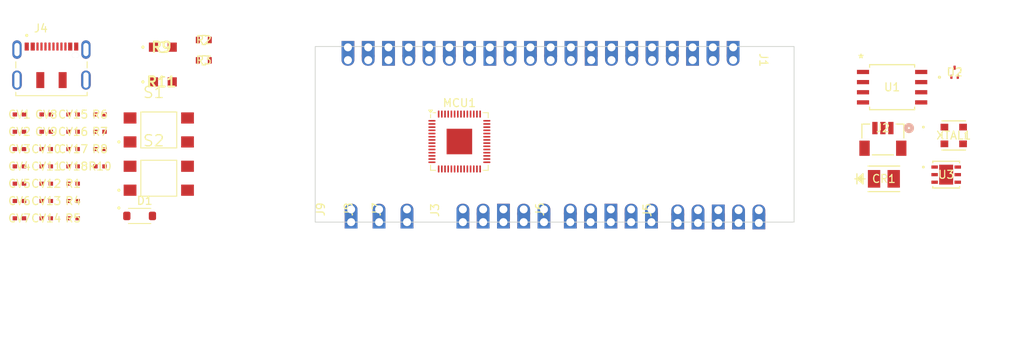
<source format=kicad_pcb>
(kicad_pcb (version 20240108) (generator "pcbnew") (generator_version "8.0")
  (layers (0 "F.Cu" signal) (1 "In1.Cu" signal) (2 "In2.Cu" signal) (31 "B.Cu" signal) (34 "B.Paste" user) (35 "F.Paste" user) (36 "B.SilkS" user "B.Silkscreen") (37 "F.SilkS" user "F.Silkscreen") (38 "B.Mask" user) (39 "F.Mask" user) (44 "Edge.Cuts" user))
  (net 0 "")
  (net 1 "Net-(MCU1-GPIO25)")
  (net 2 "GND")
  (net 3 "/RP2040 Standard/+5V")
  (net 4 "+3.3V")
  (net 5 "CRYSTAL")
  (net 6 "Net-(MCU1-RUN)")
  (net 7 "Net-(MCU1-VREG_VOUT)")
  (net 8 "/RP2040 Standard/GP22{slash}PWM3 A{slash}CLKIN 1")
  (net 9 "/RP2040 Standard/GP17{slash}SPI0 ~{CS}")
  (net 10 "/RP2040 Standard/GP3{slash}UART0 RTS")
  (net 11 "Net-(MCU1-USB_DM)")
  (net 12 "/RP2040 Standard/GP12{slash}I2C0 SDA")
  (net 13 "/RP2040 Standard/GP6{slash}UART1 CTS")
  (net 14 "/RP2040 Standard/GP15{slash}I2C1 SCL")
  (net 15 "/RP2040 Standard/MCU QSPI_SD0")
  (net 16 "Net-(MCU1-USB_DP)")
  (net 17 "/RP2040 Standard/MCU QSPI_SD3")
  (net 18 "/RP2040 Standard/GP18{slash}SPI0 SCK")
  (net 19 "/RP2040 Standard/GP11{slash}SPI1 MOSI")
  (net 20 "/RP2040 Standard/GP20{slash}PWM2 A{slash}CLKIN 0")
  (net 21 "Net-(MCU1-SWD)")
  (net 22 "/RP2040 Standard/GP5{slash}UART1 RX")
  (net 23 "Net-(MCU1-SWCLK)")
  (net 24 "/RP2040 Standard/GP0{slash}UART0 TX")
  (net 26 "/RP2040 Standard/GP26_ADC0")
  (net 27 "/RP2040 Standard/GP19{slash}SPI0 MOSI")
  (net 28 "/RP2040 Standard/GP10{slash}SPI1 SCK")
  (net 29 "/RP2040 Standard/GP2{slash}UART0 CTS")
  (net 30 "/RP2040 Standard/GP29_ADC3")
  (net 31 "/RP2040 Standard/GP28_ADC2")
  (net 32 "/RP2040 Standard/MCU QSPI_SCLK")
  (net 33 "/RP2040 Standard/GP8{slash}SPI1 MISO")
  (net 34 "/RP2040 Standard/GP27_ADC1")
  (net 35 "/RP2040 Standard/GP1{slash}UART0 RX")
  (net 36 "/RP2040 Standard/MCU QSPI_SD1")
  (net 37 "/RP2040 Standard/MCU QSPI_SS")
  (net 38 "/RP2040 Standard/GP21{slash}PWM2 B{slash}CLKOUT 0")
  (net 39 "/RP2040 Standard/GP14{slash}I2C1 SDA")
  (net 40 "/RP2040 Standard/GP13{slash}I2C0 SCL")
  (net 41 "/RP2040 Standard/GP24{slash}PWM4 A")
  (net 42 "/RP2040 Standard/GP7{slash}UART1 RTS")
  (net 43 "/RP2040 Standard/GP16{slash}SPI0 MISO")
  (net 44 "/RP2040 Standard/GP4{slash}UART1 TX")
  (net 45 "/RP2040 Standard/GP23{slash}PWM3 B{slash}CLKOUT 1")
  (net 46 "/RP2040 Standard/GP9{slash}SPI1 ~{CS}")
  (net 47 "/RP2040 Standard/MCU QSPI_SD2")
  (net 48 "Net-(CR1-Pad2)")
  (net 49 "Net-(J2-Pad3)")
  (net 50 "Net-(J2-Pad1)")
  (net 51 "/RP2040 Standard/USB_DM")
  (net 52 "/RP2040 Standard/USB_DP")
  (net 56 "Net-(XTAL1-TRI-STATE(STBY))")
  (net 57 "Net-(D1-PadA)")
  (net 62 "Net-(J4-CC2)")
  (net 63 "Net-(J4-CC1)")
  (net 68 "/RP2040 Standard/~{RST}")
  (net 69 "/RP2040 Standard/~{USB_BOOT}")
  (footprint "SWD_Con:CONN_BM03B-SRSS-TBLFSN_JST" (layer "F.Cu") (at 183.1221 67.643699)
    (property "Reference" "J2" (at 0 -1.4284 0) (layer "F.SilkS"))
    (property "Value" "BM03B-SRSS-TBLFSN")
    (pad "1" smd rect (at 1.000001 -1.4284) (size 0.6604 1.5494) (layers "F.Cu" "F.Paste" "F.Mask") (net 50 "Net-(J2-Pad1)"))
    (pad "2" smd rect (at 0 -1.4284) (size 0.6604 1.5494) (layers "F.Cu" "F.Paste" "F.Mask") (net 2 "GND"))
    (pad "3" smd rect (at -1.000001 -1.4284) (size 0.6604 1.5494) (layers "F.Cu" "F.Paste" "F.Mask") (net 49 "Net-(J2-Pad3)"))
    (pad "4" smd rect (at -2.3 1.096599 90) (size 1.905 1.2954) (layers "F.Cu" "F.Paste" "F.Mask"))
    (pad "5" smd rect (at 2.3 1.096599 90) (size 1.905 1.2954) (layers "F.Cu" "F.Paste" "F.Mask"))
  )
  (footprint "Diode-Schottky_PMEG2010ER:SODFL3517X110N" (layer "F.Cu") (at 90 77.225)
    (property "Reference" "D1" (at 0.63567 -1.90701 0) (layer "F.SilkS") (effects (font (size 1.001055 1.001055))))
    (property "Value" "PMEG2010ER")
    (pad "A" smd roundrect (at 1.605 0) (size 0.91 1.07) (layers "F.Cu" "F.Paste" "F.Mask") (net 57 "Net-(D1-PadA)"))
    (pad "C" smd roundrect (at -1.605 0) (size 0.91 1.07) (layers "F.Cu" "F.Paste" "F.Mask") (net 3 "/RP2040 Standard/+5V"))
  )
  (footprint "Capacitor-0402:Capacitor_0402" (layer "F.Cu") (at 78.3033 68.846)
    (property "Reference" "CV10" (at 0 0 0) (layer "F.SilkS"))
    (property "Value" "100nF")
    (pad "1" smd rect (at -0.5715 0) (size 0.5588 0.508) (layers "F.Cu" "F.Paste" "F.Mask") (net 4 "+3.3V"))
    (pad "2" smd rect (at 0.5715 0) (size 0.5588 0.508) (layers "F.Cu" "F.Paste" "F.Mask") (net 2 "GND"))
  )
  (footprint "Capacitor-0402:Capacitor_0402" (layer "F.Cu") (at 74.9411 66.6776)
    (property "Reference" "CV2" (at 0 0 0) (layer "F.SilkS"))
    (property "Value" "100nF")
    (pad "1" smd rect (at -0.5715 0) (size 0.5588 0.508) (layers "F.Cu" "F.Paste" "F.Mask") (net 2 "GND"))
    (pad "2" smd rect (at 0.5715 0) (size 0.5588 0.508) (layers "F.Cu" "F.Paste" "F.Mask") (net 7 "Net-(MCU1-VREG_VOUT)"))
  )
  (footprint "Capacitor-0402:Capacitor_0402" (layer "F.Cu") (at 78.3033 77.5196)
    (property "Reference" "CV14" (at 0 0 0) (layer "F.SilkS"))
    (property "Value" "100nF")
    (pad "1" smd rect (at -0.5715 0) (size 0.5588 0.508) (layers "F.Cu" "F.Paste" "F.Mask") (net 4 "+3.3V"))
    (pad "2" smd rect (at 0.5715 0) (size 0.5588 0.508) (layers "F.Cu" "F.Paste" "F.Mask") (net 2 "GND"))
  )
  (footprint "Package_DFN_QFN:QFN-56-1EP_7x7mm_P0.4mm_EP3.2x3.2mm" (layer "F.Cu") (at 130.0625 67.9)
    (property "Reference" "MCU1" (at 0 -4.83 0) (layer "F.SilkS"))
    (property "Value" "RP2040")
    (pad "1" smd roundrect (at -3.4375 -2.6) (size 0.875 0.2) (layers "F.Cu" "F.Paste" "F.Mask") (net 4 "+3.3V"))
    (pad "2" smd roundrect (at -3.4375 -2.2) (size 0.875 0.2) (layers "F.Cu" "F.Paste" "F.Mask") (net 24 "/RP2040 Standard/GP0{slash}UART0 TX"))
    (pad "3" smd roundrect (at -3.4375 -1.8) (size 0.875 0.2) (layers "F.Cu" "F.Paste" "F.Mask") (net 35 "/RP2040 Standard/GP1{slash}UART0 RX"))
    (pad "4" smd roundrect (at -3.4375 -1.4) (size 0.875 0.2) (layers "F.Cu" "F.Paste" "F.Mask") (net 29 "/RP2040 Standard/GP2{slash}UART0 CTS"))
    (pad "5" smd roundrect (at -3.4375 -1) (size 0.875 0.2) (layers "F.Cu" "F.Paste" "F.Mask") (net 10 "/RP2040 Standard/GP3{slash}UART0 RTS"))
    (pad "6" smd roundrect (at -3.4375 -0.6) (size 0.875 0.2) (layers "F.Cu" "F.Paste" "F.Mask") (net 44 "/RP2040 Standard/GP4{slash}UART1 TX"))
    (pad "7" smd roundrect (at -3.4375 -0.2) (size 0.875 0.2) (layers "F.Cu" "F.Paste" "F.Mask") (net 22 "/RP2040 Standard/GP5{slash}UART1 RX"))
    (pad "8" smd roundrect (at -3.4375 0.2) (size 0.875 0.2) (layers "F.Cu" "F.Paste" "F.Mask") (net 13 "/RP2040 Standard/GP6{slash}UART1 CTS"))
    (pad "9" smd roundrect (at -3.4375 0.6) (size 0.875 0.2) (layers "F.Cu" "F.Paste" "F.Mask") (net 42 "/RP2040 Standard/GP7{slash}UART1 RTS"))
    (pad "10" smd roundrect (at -3.4375 1) (size 0.875 0.2) (layers "F.Cu" "F.Paste" "F.Mask") (net 4 "+3.3V"))
    (pad "11" smd roundrect (at -3.4375 1.4) (size 0.875 0.2) (layers "F.Cu" "F.Paste" "F.Mask") (net 33 "/RP2040 Standard/GP8{slash}SPI1 MISO"))
    (pad "12" smd roundrect (at -3.4375 1.8) (size 0.875 0.2) (layers "F.Cu" "F.Paste" "F.Mask") (net 46 "/RP2040 Standard/GP9{slash}SPI1 ~{CS}"))
    (pad "13" smd roundrect (at -3.4375 2.2) (size 0.875 0.2) (layers "F.Cu" "F.Paste" "F.Mask") (net 28 "/RP2040 Standard/GP10{slash}SPI1 SCK"))
    (pad "14" smd roundrect (at -3.4375 2.6) (size 0.875 0.2) (layers "F.Cu" "F.Paste" "F.Mask") (net 19 "/RP2040 Standard/GP11{slash}SPI1 MOSI"))
    (pad "15" smd roundrect (at -2.6 3.4375) (size 0.2 0.875) (layers "F.Cu" "F.Paste" "F.Mask") (net 12 "/RP2040 Standard/GP12{slash}I2C0 SDA"))
    (pad "16" smd roundrect (at -2.2 3.4375) (size 0.2 0.875) (layers "F.Cu" "F.Paste" "F.Mask") (net 40 "/RP2040 Standard/GP13{slash}I2C0 SCL"))
    (pad "17" smd roundrect (at -1.8 3.4375) (size 0.2 0.875) (layers "F.Cu" "F.Paste" "F.Mask") (net 39 "/RP2040 Standard/GP14{slash}I2C1 SDA"))
    (pad "18" smd roundrect (at -1.4 3.4375) (size 0.2 0.875) (layers "F.Cu" "F.Paste" "F.Mask") (net 14 "/RP2040 Standard/GP15{slash}I2C1 SCL"))
    (pad "19" smd roundrect (at -1 3.4375) (size 0.2 0.875) (layers "F.Cu" "F.Paste" "F.Mask") (net 2 "GND"))
    (pad "20" smd roundrect (at -0.6 3.4375) (size 0.2 0.875) (layers "F.Cu" "F.Paste" "F.Mask") (net 5 "CRYSTAL"))
    (pad "21" smd roundrect (at -0.2 3.4375) (size 0.2 0.875) (layers "F.Cu" "F.Paste" "F.Mask"))
    (pad "22" smd roundrect (at 0.2 3.4375) (size 0.2 0.875) (layers "F.Cu" "F.Paste" "F.Mask") (net 4 "+3.3V"))
    (pad "23" smd roundrect (at 0.6 3.4375) (size 0.2 0.875) (layers "F.Cu" "F.Paste" "F.Mask") (net 7 "Net-(MCU1-VREG_VOUT)"))
    (pad "24" smd roundrect (at 1 3.4375) (size 0.2 0.875) (layers "F.Cu" "F.Paste" "F.Mask") (net 23 "Net-(MCU1-SWCLK)"))
    (pad "25" smd roundrect (at 1.4 3.4375) (size 0.2 0.875) (layers "F.Cu" "F.Paste" "F.Mask") (net 21 "Net-(MCU1-SWD)"))
    (pad "26" smd roundrect (at 1.8 3.4375) (size 0.2 0.875) (layers "F.Cu" "F.Paste" "F.Mask") (net 6 "Net-(MCU1-RUN)"))
    (pad "27" smd roundrect (at 2.2 3.4375) (size 0.2 0.875) (layers "F.Cu" "F.Paste" "F.Mask") (net 43 "/RP2040 Standard/GP16{slash}SPI0 MISO"))
    (pad "28" smd roundrect (at 2.6 3.4375) (size 0.2 0.875) (layers "F.Cu" "F.Paste" "F.Mask") (net 9 "/RP2040 Standard/GP17{slash}SPI0 ~{CS}"))
    (pad "29" smd roundrect (at 3.4375 2.6) (size 0.875 0.2) (layers "F.Cu" "F.Paste" "F.Mask") (net 18 "/RP2040 Standard/GP18{slash}SPI0 SCK"))
    (pad "30" smd roundrect (at 3.4375 2.2) (size 0.875 0.2) (layers "F.Cu" "F.Paste" "F.Mask") (net 27 "/RP2040 Standard/GP19{slash}SPI0 MOSI"))
    (pad "31" smd roundrect (at 3.4375 1.8) (size 0.875 0.2) (layers "F.Cu" "F.Paste" "F.Mask") (net 20 "/RP2040 Standard/GP20{slash}PWM2 A{slash}CLKIN 0"))
    (pad "32" smd roundrect (at 3.4375 1.4) (size 0.875 0.2) (layers "F.Cu" "F.Paste" "F.Mask") (net 38 "/RP2040 Standard/GP21{slash}PWM2 B{slash}CLKOUT 0"))
    (pad "33" smd roundrect (at 3.4375 1) (size 0.875 0.2) (layers "F.Cu" "F.Paste" "F.Mask") (net 4 "+3.3V"))
    (pad "34" smd roundrect (at 3.4375 0.6) (size 0.875 0.2) (layers "F.Cu" "F.Paste" "F.Mask") (net 8 "/RP2040 Standard/GP22{slash}PWM3 A{slash}CLKIN 1"))
    (pad "35" smd roundrect (at 3.4375 0.2) (size 0.875 0.2) (layers "F.Cu" "F.Paste" "F.Mask") (net 45 "/RP2040 Standard/GP23{slash}PWM3 B{slash}CLKOUT 1"))
    (pad "36" smd roundrect (at 3.4375 -0.2) (size 0.875 0.2) (layers "F.Cu" "F.Paste" "F.Mask") (net 41 "/RP2040 Standard/GP24{slash}PWM4 A"))
    (pad "37" smd roundrect (at 3.4375 -0.6) (size 0.875 0.2) (layers "F.Cu" "F.Paste" "F.Mask") (net 1 "Net-(MCU1-GPIO25)"))
    (pad "38" smd roundrect (at 3.4375 -1) (size 0.875 0.2) (layers "F.Cu" "F.Paste" "F.Mask") (net 26 "/RP2040 Standard/GP26_ADC0"))
    (pad "39" smd roundrect (at 3.4375 -1.4) (size 0.875 0.2) (layers "F.Cu" "F.Paste" "F.Mask") (net 34 "/RP2040 Standard/GP27_ADC1"))
    (pad "40" smd roundrect (at 3.4375 -1.8) (size 0.875 0.2) (layers "F.Cu" "F.Paste" "F.Mask") (net 31 "/RP2040 Standard/GP28_ADC2"))
    (pad "41" smd roundrect (at 3.4375 -2.2) (size 0.875 0.2) (layers "F.Cu" "F.Paste" "F.Mask") (net 30 "/RP2040 Standard/GP29_ADC3"))
    (pad "42" smd roundrect (at 3.4375 -2.6) (size 0.875 0.2) (layers "F.Cu" "F.Paste" "F.Mask") (net 4 "+3.3V"))
    (pad "43" smd roundrect (at 2.6 -3.4375) (size 0.2 0.875) (layers "F.Cu" "F.Paste" "F.Mask") (net 4 "+3.3V"))
    (pad "44" smd roundrect (at 2.2 -3.4375) (size 0.2 0.875) (layers "F.Cu" "F.Paste" "F.Mask") (net 4 "+3.3V"))
    (pad "45" smd roundrect (at 1.8 -3.4375) (size 0.2 0.875) (layers "F.Cu" "F.Paste" "F.Mask") (net 7 "Net-(MCU1-VREG_VOUT)"))
    (pad "46" smd roundrect (at 1.4 -3.4375) (size 0.2 0.875) (layers "F.Cu" "F.Paste" "F.Mask") (net 11 "Net-(MCU1-USB_DM)"))
    (pad "47" smd roundrect (at 1 -3.4375) (size 0.2 0.875) (layers "F.Cu" "F.Paste" "F.Mask") (net 16 "Net-(MCU1-USB_DP)"))
    (pad "48" smd roundrect (at 0.6 -3.4375) (size 0.2 0.875) (layers "F.Cu" "F.Paste" "F.Mask") (net 4 "+3.3V"))
    (pad "49" smd roundrect (at 0.2 -3.4375) (size 0.2 0.875) (layers "F.Cu" "F.Paste" "F.Mask") (net 4 "+3.3V"))
    (pad "50" smd roundrect (at -0.2 -3.4375) (size 0.2 0.875) (layers "F.Cu" "F.Paste" "F.Mask") (net 7 "Net-(MCU1-VREG_VOUT)"))
    (pad "51" smd roundrect (at -0.6 -3.4375) (size 0.2 0.875) (layers "F.Cu" "F.Paste" "F.Mask") (net 17 "/RP2040 Standard/MCU QSPI_SD3"))
    (pad "52" smd roundrect (at -1 -3.4375) (size 0.2 0.875) (layers "F.Cu" "F.Paste" "F.Mask") (net 32 "/RP2040 Standard/MCU QSPI_SCLK"))
    (pad "53" smd roundrect (at -1.4 -3.4375) (size 0.2 0.875) (layers "F.Cu" "F.Paste" "F.Mask") (net 15 "/RP2040 Standard/MCU QSPI_SD0"))
    (pad "54" smd roundrect (at -1.8 -3.4375) (size 0.2 0.875) (layers "F.Cu" "F.Paste" "F.Mask") (net 47 "/RP2040 Standard/MCU QSPI_SD2"))
    (pad "55" smd roundrect (at -2.2 -3.4375) (size 0.2 0.875) (layers "F.Cu" "F.Paste" "F.Mask") (net 36 "/RP2040 Standard/MCU QSPI_SD1"))
    (pad "56" smd roundrect (at -2.6 -3.4375) (size 0.2 0.875) (layers "F.Cu" "F.Paste" "F.Mask") (net 37 "/RP2040 Standard/MCU QSPI_SS"))
    (pad "57" smd rect (at 0 0) (size 3.2 3.2) (property pad_prop_heatsink) (layers "F.Cu" "F.Mask") (net 2 "GND"))
  )
  (footprint "ESD7L5-Diode:SOT-723_0P85X1P25_ONS" (layer "F.Cu") (at 192.1049 59.226099)
    (property "Reference" "U2" (at 0 0 0) (layer "F.SilkS"))
    (property "Value" "ESD7L5.0DT5G")
    (pad "1" smd rect (at -0.399999 0.5715) (size 0.2794 0.508) (layers "F.Cu" "F.Paste" "F.Mask") (net 51 "/RP2040 Standard/USB_DM"))
    (pad "2" smd rect (at 0.399999 0.5715) (size 0.2794 0.508) (layers "F.Cu" "F.Paste" "F.Mask") (net 52 "/RP2040 Standard/USB_DP"))
    (pad "3" smd rect (at 0 -0.5715) (size 0.2794 0.508) (layers "F.Cu" "F.Paste" "F.Mask") (net 2 "GND"))
  )
  (footprint "LED-Green_VLMC3100-GS08:LED_PLCC_VSMB" (layer "F.Cu") (at 183.2478 72.573799)
    (property "Reference" "CR1" (at 0 0 0) (layer "F.SilkS"))
    (property "Value" "VLMC3100-GS08")
    (pad "1" smd rect (at -1.2319 0 90) (size 2.2098 1.5494) (layers "F.Cu" "F.Paste" "F.Mask") (net 2 "GND"))
    (pad "2" smd rect (at 1.2319 0 90) (size 2.2098 1.5494) (layers "F.Cu" "F.Paste" "F.Mask") (net 48 "Net-(CR1-Pad2)"))
  )
  (footprint "Capacitor-0402:Capacitor_0402" (layer "F.Cu") (at 74.9411 77.5196)
    (property "Reference" "CV7" (at 0 0 0) (layer "F.SilkS"))
    (property "Value" "100nF")
    (pad "1" smd rect (at -0.5715 0) (size 0.5588 0.508) (layers "F.Cu" "F.Paste" "F.Mask") (net 4 "+3.3V"))
    (pad "2" smd rect (at 0.5715 0) (size 0.5588 0.508) (layers "F.Cu" "F.Paste" "F.Mask") (net 2 "GND"))
  )
  (footprint "Capacitor-0402:Capacitor_0402" (layer "F.Cu") (at 81.6655 71.0144)
    (property "Reference" "CV18" (at 0 0 0) (layer "F.SilkS"))
    (property "Value" "100nF")
    (pad "1" smd rect (at -0.5715 0) (size 0.5588 0.508) (layers "F.Cu" "F.Paste" "F.Mask") (net 4 "+3.3V"))
    (pad "2" smd rect (at 0.5715 0) (size 0.5588 0.508) (layers "F.Cu" "F.Paste" "F.Mask") (net 2 "GND"))
  )
  (footprint "LDO ST1L05A:DFN_5APU33R_STM" (layer "F.Cu") (at 191.0522 72.049999)
    (property "Reference" "U3" (at 0 0 0) (layer "F.SilkS"))
    (property "Value" "ST1L05APU33R")
    (pad "1" smd rect (at -1.4478 -0.950001) (size 0.8128 0.4064) (layers "F.Cu" "F.Paste" "F.Mask"))
    (pad "2" smd rect (at -1.4478 0) (size 0.8128 0.4064) (layers "F.Cu" "F.Paste" "F.Mask") (net 4 "+3.3V"))
    (pad "3" smd rect (at -1.4478 0.950001) (size 0.8128 0.4064) (layers "F.Cu" "F.Paste" "F.Mask") (net 3 "/RP2040 Standard/+5V"))
    (pad "4" smd rect (at 1.4478 0.950001) (size 0.8128 0.4064) (layers "F.Cu" "F.Paste" "F.Mask"))
    (pad "5" smd rect (at 1.4478 0) (size 0.8128 0.4064) (layers "F.Cu" "F.Paste" "F.Mask"))
    (pad "6" smd rect (at 1.4478 -0.950001) (size 0.8128 0.4064) (layers "F.Cu" "F.Paste" "F.Mask") (net 2 "GND"))
    (pad "7" smd rect (at 0 0) (size 1.7526 2.4892) (layers "F.Cu" "F.Paste" "F.Mask") (net 2 "GND"))
  )
  (footprint "Resistor-0805:R_0805_5K1" (layer "F.Cu") (at 92.91 60.43)
    (property "Reference" "R11" (at -0.175 0 0) (layer "F.SilkS") (effects (font (size 1.27 1.27) (thickness 0.254))))
    (property "Value" "5k1" (hide yes))
    (pad "1" smd rect (at -1.175 0) (size 1.15 1.15) (layers "F.Cu" "F.Paste" "F.Mask") (net 2 "GND"))
    (pad "2" smd rect (at 1.175 0) (size 1.15 1.15) (layers "F.Cu" "F.Paste" "F.Mask") (net 63 "Net-(J4-CC1)"))
  )
  (footprint "Capacitor-0402:Capacitor_0402" (layer "F.Cu") (at 81.6655 75.3512)
    (property "Reference" "R4" (at 0 0 0) (layer "F.SilkS"))
    (property "Value" "100")
    (pad "1" smd rect (at -0.5715 0) (size 0.5588 0.508) (layers "F.Cu" "F.Paste" "F.Mask") (net 50 "Net-(J2-Pad1)"))
    (pad "2" smd rect (at 0.5715 0) (size 0.5588 0.508) (layers "F.Cu" "F.Paste" "F.Mask") (net 23 "Net-(MCU1-SWCLK)"))
  )
  (footprint "Capacitor-0402:Capacitor_0402" (layer "F.Cu") (at 78.3033 64.5092)
    (property "Reference" "CV8" (at 0 0 0) (layer "F.SilkS"))
    (property "Value" "100nF")
    (pad "1" smd rect (at -0.5715 0) (size 0.5588 0.508) (layers "F.Cu" "F.Paste" "F.Mask") (net 4 "+3.3V"))
    (pad "2" smd rect (at 0.5715 0) (size 0.5588 0.508) (layers "F.Cu" "F.Paste" "F.Mask") (net 2 "GND"))
  )
  (footprint "Pico_Conn1x1:Pico_01pin" (layer "F.Cu") (at 123.5 76.3998 90)
    (property "Reference" "J7" (at 0 -3.81 90) (layer "F.SilkS"))
    (property "Value" "Conn_01x01_Socket")
    (pad "1" thru_hole rect (at -1.6002 0 90) (size 2 1.6) (drill 1 (offset 0.2 0)) (layers "*.Cu" "*.Mask") (net 31 "/RP2040 Standard/GP28_ADC2"))
    (pad "1" thru_hole roundrect (at 0 0 90) (size 2 1.6) (drill 1 (offset -0.3 0)) (layers "*.Cu" "*.Mask") (roundrect_rratio 0.45) (net 31 "/RP2040 Standard/GP28_ADC2"))
  )
  (footprint "E-Switch_7mm:SW_TL3305CF160QG" (layer "F.Cu") (at 92.4 66.45)
    (property "Reference" "S1" (at -0.635 -4.699 0) (layer "F.SilkS") (effects (font (size 1.4 1.4))))
    (property "Value" "TL3305CF160QG")
    (pad "1" smd rect (at -3.6 1.5) (size 1.6 1.4) (layers "F.Cu" "F.Paste" "F.Mask"))
    (pad "2" smd rect (at 3.6 1.5) (size 1.6 1.4) (layers "F.Cu" "F.Paste" "F.Mask") (net 2 "GND"))
    (pad "3" smd rect (at -3.6 -1.5) (size 1.6 1.4) (layers "F.Cu" "F.Paste" "F.Mask"))
    (pad "4" smd rect (at 3.6 -1.5) (size 1.6 1.4) (layers "F.Cu" "F.Paste" "F.Mask") (net 68 "/RP2040 Standard/~{RST}"))
  )
  (footprint "Capacitor-0402:Capacitor_0402" (layer "F.Cu") (at 81.6655 77.5196)
    (property "Reference" "R5" (at 0 0 0) (layer "F.SilkS"))
    (property "Value" "100")
    (pad "1" smd rect (at -0.5715 0) (size 0.5588 0.508) (layers "F.Cu" "F.Paste" "F.Mask") (net 49 "Net-(J2-Pad3)"))
    (pad "2" smd rect (at 0.5715 0) (size 0.5588 0.508) (layers "F.Cu" "F.Paste" "F.Mask") (net 21 "Net-(MCU1-SWD)"))
  )
  (footprint "Capacitor-0402:Capacitor_0402" (layer "F.Cu") (at 78.3033 73.1828)
    (property "Reference" "CV12" (at 0 0 0) (layer "F.SilkS"))
    (property "Value" "100nF")
    (pad "1" smd rect (at -0.5715 0) (size 0.5588 0.508) (layers "F.Cu" "F.Paste" "F.Mask") (net 4 "+3.3V"))
    (pad "2" smd rect (at 0.5715 0) (size 0.5588 0.508) (layers "F.Cu" "F.Paste" "F.Mask") (net 2 "GND"))
  )
  (footprint "E-Switch_7mm:SW_TL3305CF160QG" (layer "F.Cu") (at 92.4 72.5)
    (property "Reference" "S2" (at -0.635 -4.699 0) (layer "F.SilkS") (effects (font (size 1.4 1.4))))
    (property "Value" "TL3305CF160QG")
    (pad "1" smd rect (at -3.6 1.5) (size 1.6 1.4) (layers "F.Cu" "F.Paste" "F.Mask"))
    (pad "2" smd rect (at 3.6 1.5) (size 1.6 1.4) (layers "F.Cu" "F.Paste" "F.Mask") (net 2 "GND"))
    (pad "3" smd rect (at -3.6 -1.5) (size 1.6 1.4) (layers "F.Cu" "F.Paste" "F.Mask"))
    (pad "4" smd rect (at 3.6 -1.5) (size 1.6 1.4) (layers "F.Cu" "F.Paste" "F.Mask") (net 69 "/RP2040 Standard/~{USB_BOOT}"))
  )
  (footprint "Pico_Conn1x20:Pico_20pin" (layer "F.Cu") (at 164.36 57.6996 -90)
    (property "Reference" "J1" (at 0 -3.81 -90) (layer "F.SilkS"))
    (property "Value" "Conn_01x20_Socket")
    (pad "1" thru_hole rect (at -1.6002 0 270) (size 2 1.6) (drill 1 (offset 0.2 0)) (layers "*.Cu" "*.Mask") (net 14 "/RP2040 Standard/GP15{slash}I2C1 SCL"))
    (pad "1" thru_hole roundrect (at 0 0 270) (size 2 1.6) (drill 1 (offset -0.3 0)) (layers "*.Cu" "*.Mask") (roundrect_rratio 0.45) (net 14 "/RP2040 Standard/GP15{slash}I2C1 SCL"))
    (pad "2" thru_hole rect (at -1.6002 2.54 270) (size 2 1.6) (drill 1 (offset 0.2 0)) (layers "*.Cu" "*.Mask") (net 39 "/RP2040 Standard/GP14{slash}I2C1 SDA"))
    (pad "2" thru_hole roundrect (at 0 2.54 270) (size 2 1.6) (drill 1 (offset -0.3 0)) (layers "*.Cu" "*.Mask") (roundrect_rratio 0.45) (net 39 "/RP2040 Standard/GP14{slash}I2C1 SDA"))
    (pad "3" thru_hole rect (at -1.6002 5.08 270) (size 2 1.6) (drill 1 (offset 0.2 0)) (layers "*.Cu" "*.Mask") (net 2 "GND"))
    (pad "3" thru_hole rect (at 0 5.08 270) (size 2 1.6) (drill 1 (offset -0.3 0)) (layers "*.Cu" "*.Mask") (net 2 "GND"))
    (pad "4" thru_hole rect (at -1.6002 7.62 270) (size 2 1.6) (drill 1 (offset 0.2 0)) (layers "*.Cu" "*.Mask") (net 40 "/RP2040 Standard/GP13{slash}I2C0 SCL"))
    (pad "4" thru_hole roundrect (at 0 7.62 270) (size 2 1.6) (drill 1 (offset -0.3 0)) (layers "*.Cu" "*.Mask") (roundrect_rratio 0.45) (net 40 "/RP2040 Standard/GP13{slash}I2C0 SCL"))
    (pad "5" thru_hole rect (at -1.6002 10.16 270) (size 2 1.6) (drill 1 (offset 0.2 0)) (layers "*.Cu" "*.Mask") (net 12 "/RP2040 Standard/GP12{slash}I2C0 SDA"))
    (pad "5" thru_hole roundrect (at 0 10.16 270) (size 2 1.6) (drill 1 (offset -0.3 0)) (layers "*.Cu" "*.Mask") (roundrect_rratio 0.45) (net 12 "/RP2040 Standard/GP12{slash}I2C0 SDA"))
    (pad "6" thru_hole rect (at -1.6002 12.7 270) (size 2 1.6) (drill 1 (offset 0.2 0)) (layers "*.Cu" "*.Mask") (net 2 "GND"))
    (pad "6" thru_hole roundrect (at 0 12.7 270) (size 2 1.6) (drill 1 (offset -0.3 0)) (layers "*.Cu" "*.Mask") (roundrect_rratio 0.45) (net 2 "GND"))
    (pad "7" thru_hole rect (at -1.6002 15.24 270) (size 2 1.6) (drill 1 (offset 0.2 0)) (layers "*.Cu" "*.Mask") (net 19 "/RP2040 Standard/GP11{slash}SPI1 MOSI"))
    (pad "7" thru_hole roundrect (at 0 15.24 270) (size 2 1.6) (drill 1 (offset -0.3 0)) (layers "*.Cu" "*.Mask") (roundrect_rratio 0.45) (net 19 "/RP2040 Standard/GP11{slash}SPI1 MOSI"))
    (pad "8" thru_hole rect (at -1.6002 17.78 270) (size 2 1.6) (drill 1 (offset 0.2 0)) (layers "*.Cu" "*.Mask") (net 28 "/RP2040 Standard/GP10{slash}SPI1 SCK"))
    (pad "8" thru_hole rect (at 0 17.78 270) (size 2 1.6) (drill 1 (offset -0.3 0)) (layers "*.Cu" "*.Mask") (net 28 "/RP2040 Standard/GP10{slash}SPI1 SCK"))
    (pad "9" thru_hole rect (at -1.6002 20.32 270) (size 2 1.6) (drill 1 (offset 0.2 0)) (layers "*.Cu" "*.Mask") (net 46 "/RP2040 Standard/GP9{slash}SPI1 ~{CS}"))
    (pad "9" thru_hole roundrect (at 0 20.32 270) (size 2 1.6) (drill 1 (offset -0.3 0)) (layers "*.Cu" "*.Mask") (roundrect_rratio 0.45) (net 46 "/RP2040 Standard/GP9{slash}SPI1 ~{CS}"))
    (pad "10" thru_hole rect (at -1.6002 22.86 270) (size 2 1.6) (drill 1 (offset 0.2 0)) (layers "*.Cu" "*.Mask") (net 33 "/RP2040 Standard/GP8{slash}SPI1 MISO"))
    (pad "10" thru_hole roundrect (at 0 22.86 270) (size 2 1.6) (drill 1 (offset -0.3 0)) (layers "*.Cu" "*.Mask") (roundrect_rratio 0.45) (net 33 "/RP2040 Standard/GP8{slash}SPI1 MISO"))
    (pad "11" thru_hole rect (at -1.6002 25.4 270) (size 2 1.6) (drill 1 (offset 0.2 0)) (layers "*.Cu" "*.Mask") (net 2 "GND"))
    (pad "11" thru_hole roundrect (at 0 25.4 270) (size 2 1.6) (drill 1 (offset -0.3 0)) (layers "*.Cu" "*.Mask") (roundrect_rratio 0.45) (net 2 "GND"))
    (pad "12" thru_hole rect (at -1.6002 27.94 270) (size 2 1.6) (drill 1 (offset 0.2 0)) (layers "*.Cu" "*.Mask") (net 42 "/RP2040 Standard/GP7{slash}UART1 RTS"))
    (pad "12" thru_hole roundrect (at 0 27.94 270) (size 2 1.6) (drill 1 (offset -0.3 0)) (layers "*.Cu" "*.Mask") (roundrect_rratio 0.45) (net 42 "/RP2040 Standard/GP7{slash}UART1 RTS"))
    (pad "13" thru_hole rect (at -1.6002 30.48 270) (size 2 1.6) (drill 1 (offset 0.2 0)) (layers "*.Cu" "*.Mask") (net 13 "/RP2040 Standard/GP6{slash}UART1 CTS"))
    (pad "13" thru_hole rect (at 0 30.48 270) (size 2 1.6) (drill 1 (offset -0.3 0)) (layers "*.Cu" "*.Mask") (net 13 "/RP2040 Standard/GP6{slash}UART1 CTS"))
    (pad "14" thru_hole rect (at -1.6002 33.02 270) (size 2 1.6) (drill 1 (offset 0.2 0)) (layers "*.Cu" "*.Mask") (net 22 "/RP2040 Standard/GP5{slash}UART1 RX"))
    (pad "14" thru_hole roundrect (at 0 33.02 270) (size 2 1.6) (drill 1 (offset -0.3 0)) (layers "*.Cu" "*.Mask") (roundrect_rratio 0.45) (net 22 "/RP2040 Standard/GP5{slash}UART1 RX"))
    (pad "15" thru_hole rect (at -1.6002 35.56 270) (size 2 1.6) (drill 1 (offset 0.2 0)) (layers "*.Cu" "*.Mask") (net 44 "/RP2040 Standard/GP4{slash}UART1 TX"))
    (pad "15" thru_hole roundrect (at 0 35.56 270) (size 2 1.6) (drill 1 (offset -0.3 0)) (layers "*.Cu" "*.Mask") (roundrect_rratio 0.45) (net 44 "/RP2040 Standard/GP4{slash}UART1 TX"))
    (pad "16" thru_hole rect (at -1.6002 38.1 270) (size 2 1.6) (drill 1 (offset 0.2 0)) (layers "*.Cu" "*.Mask") (net 2 "GND"))
    (pad "16" thru_hole roundrect (at 0 38.1 270) (size 2 1.6) (drill 1 (offset -0.3 0)) (layers "*.Cu" "*.Mask") (roundrect_rratio 0.45) (net 2 "GND"))
    (pad "17" thru_hole rect (at -1.6002 40.64 270) (size 2 1.6) (drill 1 (offset 0.2 0)) (layers "*.Cu" "*.Mask") (net 10 "/RP2040 Standard/GP3{slash}UART0 RTS"))
    (pad "17" thru_hole roundrect (at 0 40.64 270) (size 2 1.6) (drill 1 (offset -0.3 0)) (layers "*.Cu" "*.Mask") (roundrect_rratio 0.45) (net 10 "/RP2040 Standard/GP3{slash}UART0 RTS"))
    (pad "18" thru_hole rect (at -1.6002 43.18 270) (size 2 1.6) (drill 1 (offset 0.2 0)) (layers "*.Cu" "*.Mask") (net 29 "/RP2040 Standard/GP2{slash}UART0 CTS"))
    (pad "18" thru_hole rect (at 0 43.18 270) (size 2 1.6) (drill 1 (offset -0.3 0)) (layers "*.Cu" "*.Mask") (net 29 "/RP2040 Standard/GP2{slash}UART0 CTS"))
    (pad "19" thru_hole rect (at -1.6002 45.72 270) (size 2 1.6) (drill 1 (offset 0.2 0)) (layers "*.Cu" "*.Mask") (net 35 "/RP2040 Standard/GP1{slash}UART0 RX"))
    (pad "19" thru_hole roundrect (at 0 45.72 270) (size 2 1.6) (drill 1 (offset -0.3 0)) (layers "*.Cu" "*.Mask") (roundrect_rratio 0.45) (net 35 "/RP2040 Standard/GP1{slash}UART0 RX"))
    (pad "20" thru_hole rect (at -1.6002 48.26 270) (size 2 1.6) (drill 1 (offset 0.2 0)) (layers "*.Cu" "*.Mask") (net 24 "/RP2040 Standard/GP0{slash}UART0 TX"))
    (pad "20" thru_hole roundrect (at 0 48.26 270) (size 2 1.6) (drill 1 (offset -0.3 0)) (layers "*.Cu" "*.Mask") (roundrect_rratio 0.45) (net 24 "/RP2040 Standard/GP0{slash}UART0 TX"))
  )
  (footprint "Capacitor-0402:Capacitor_0402" (layer "F.Cu") (at 81.6655 73.1828)
    (property "Reference" "R1" (at 0 0 0) (layer "F.SilkS"))
    (property "Value" "1k")
    (pad "1" smd rect (at -0.5715 0) (size 0.5588 0.508) (layers "F.Cu" "F.Paste" "F.Mask") (net 4 "+3.3V"))
    (pad "2" smd rect (at 0.5715 0) (size 0.5588 0.508) (layers "F.Cu" "F.Paste" "F.Mask") (net 6 "Net-(MCU1-RUN)"))
  )
  (footprint "Capacitor-0402:Capacitor_0402" (layer "F.Cu") (at 78.3033 71.0144)
    (property "Reference" "CV11" (at 0 0 0) (layer "F.SilkS"))
    (property "Value" "100nF")
    (pad "1" smd rect (at -0.5715 0) (size 0.5588 0.508) (layers "F.Cu" "F.Paste" "F.Mask") (net 4 "+3.3V"))
    (pad "2" smd rect (at 0.5715 0) (size 0.5588 0.508) (layers "F.Cu" "F.Paste" "F.Mask") (net 2 "GND"))
  )
  (footprint "Capacitor-0402:Capacitor_0402" (layer "F.Cu") (at 74.9411 71.0144)
    (property "Reference" "CV4" (at 0 0 0) (layer "F.SilkS"))
    (property "Value" "100nF")
    (pad "1" smd rect (at -0.5715 0) (size 0.5588 0.508) (layers "F.Cu" "F.Paste" "F.Mask") (net 2 "GND"))
    (pad "2" smd rect (at 0.5715 0) (size 0.5588 0.508) (layers "F.Cu" "F.Paste" "F.Mask") (net 7 "Net-(MCU1-VREG_VOUT)"))
  )
  (footprint "Pico_Conn1x1:Pico_01pin" (layer "F.Cu") (at 116.5 76.3998 90)
    (property "Reference" "J9" (at 0 -3.81 90) (layer "F.SilkS"))
    (property "Value" "Conn_01x01_Socket")
    (pad "1" thru_hole rect (at -1.6002 0 90) (size 2 1.6) (drill 1 (offset 0.2 0)) (layers "*.Cu" "*.Mask") (net 2 "GND"))
    (pad "1" thru_hole roundrect (at 0 0 90) (size 2 1.6) (drill 1 (offset -0.3 0)) (layers "*.Cu" "*.Mask") (roundrect_rratio 0.45) (net 2 "GND"))
  )
  (footprint "Resistor-0603:RES_R0603_27" (layer "F.Cu") (at 98.0402 55.1797)
    (property "Reference" "R2" (at 0 0 0) (layer "F.SilkS"))
    (property "Value" "27")
    (pad "1" smd rect (at -0.75 0) (size 0.5 0.8128) (layers "F.Cu" "F.Paste" "F.Mask") (net 52 "/RP2040 Standard/USB_DP"))
    (pad "2" smd rect (at 0.75 0) (size 0.5 0.8128) (layers "F.Cu" "F.Paste" "F.Mask") (net 16 "Net-(MCU1-USB_DP)"))
  )
  (footprint "Capacitor-0402:Capacitor_0402" (layer "F.Cu") (at 85.0277 68.846)
    (property "Reference" "R8" (at 0 0 0) (layer "F.SilkS"))
    (property "Value" "665")
    (pad "1" smd rect (at -0.5715 0) (size 0.5588 0.508) (layers "F.Cu" "F.Paste" "F.Mask") (net 1 "Net-(MCU1-GPIO25)"))
    (pad "2" smd rect (at 0.5715 0) (size 0.5588 0.508) (layers "F.Cu" "F.Paste" "F.Mask") (net 48 "Net-(CR1-Pad2)"))
  )
  (footprint "AS12MHz:ASE-3.2X2.5_ABR" (layer "F.Cu") (at 191.999 67.142399)
    (property "Reference" "XTAL1" (at 0 0 0) (layer "F.SilkS"))
    (property "Value" "ASE-12.000MHZ-LC-T")
    (pad "1" smd rect (at -1.1684 -1.05) (size 0.9652 0.8382) (layers "F.Cu" "F.Paste" "F.Mask") (net 56 "Net-(XTAL1-TRI-STATE(STBY))"))
    (pad "2" smd rect (at -1.1684 1.05) (size 0.9652 0.8382) (layers "F.Cu" "F.Paste" "F.Mask") (net 2 "GND"))
    (pad "3" smd rect (at 1.1684 1.05) (size 0.9652 0.8382) (layers "F.Cu" "F.Paste" "F.Mask") (net 5 "CRYSTAL"))
    (pad "4" smd rect (at 1.1684 -1.05) (size 0.9652 0.8382) (layers "F.Cu" "F.Paste" "F.Mask") (net 4 "+3.3V"))
  )
  (footprint "Capacitor-0402:Capacitor_0402" (layer "F.Cu") (at 81.6655 68.846)
    (property "Reference" "CV17" (at 0 0 0) (layer "F.SilkS"))
    (property "Value" "1uF")
    (pad "1" smd rect (at -0.5715 0) (size 0.5588 0.508) (layers "F.Cu" "F.Paste" "F.Mask") (net 2 "GND"))
    (pad "2" smd rect (at 0.5715 0) (size 0.5588 0.508) (layers "F.Cu" "F.Paste" "F.Mask") (net 3 "/RP2040 Standard/+5V"))
  )
  (footprint "Capacitor-0402:Capacitor_0402" (layer "F.Cu") (at 74.9411 75.3512)
    (property "Reference" "CV6" (at 0 0 0) (layer "F.SilkS"))
    (property "Value" "1uF")
    (pad "1" smd rect (at -0.5715 0) (size 0.5588 0.508) (layers "F.Cu" "F.Paste" "F.Mask") (net 4 "+3.3V"))
    (pad "2" smd rect (at 0.5715 0) (size 0.5588 0.508) (layers "F.Cu" "F.Paste" "F.Mask") (net 2 "GND"))
  )
  (footprint "Resistor-0603:RES_R0603_27" (layer "F.Cu") (at 98.0402 57.7291)
    (property "Reference" "R3" (at 0 0 0) (layer "F.SilkS"))
    (property "Value" "27")
    (pad "1" smd rect (at -0.75 0) (size 0.5 0.8128) (layers "F.Cu" "F.Paste" "F.Mask") (net 51 "/RP2040 Standard/USB_DM"))
    (pad "2" smd rect (at 0.75 0) (size 0.5 0.8128) (layers "F.Cu" "F.Paste" "F.Mask") (net 11 "Net-(MCU1-USB_DM)"))
  )
  (footprint "Capacitor-0402:Capacitor_0402" (layer "F.Cu") (at 81.6655 64.5092)
    (property "Reference" "CV15" (at 0 0 0) (layer "F.SilkS"))
    (property "Value" "4.7uF")
    (pad "1" smd rect (at -0.5715 0) (size 0.5588 0.508) (layers "F.Cu" "F.Paste" "F.Mask") (net 2 "GND"))
    (pad "2" smd rect (at 0.5715 0) (size 0.5588 0.508) (layers "F.Cu" "F.Paste" "F.Mask") (net 3 "/RP2040 Standard/+5V"))
  )
  (footprint "Pico_Conn1x5:Pico_05pin" (layer "F.Cu") (at 143.96 76.3998 90)
    (property "Reference" "J6" (at 0 -3.81 90) (layer "F.SilkS"))
    (property "Value" "Conn_01x05_Socket")
    (pad "1" thru_hole rect (at -1.6002 0 90) (size 2 1.6) (drill 1 (offset 0.2 0)) (layers "*.Cu" "*.Mask") (net 2 "GND"))
    (pad "1" thru_hole roundrect (at 0 0 90) (size 2 1.6) (drill 1 (offset -0.3 0)) (layers "*.Cu" "*.Mask") (roundrect_rratio 0.45) (net 2 "GND"))
    (pad "2" thru_hole rect (at -1.6002 2.54 90) (size 2 1.6) (drill 1 (offset 0.2 0)) (layers "*.Cu" "*.Mask") (net 41 "/RP2040 Standard/GP24{slash}PWM4 A"))
    (pad "2" thru_hole roundrect (at 0 2.54 90) (size 2 1.6) (drill 1 (offset -0.3 0)) (layers "*.Cu" "*.Mask") (roundrect_rratio 0.45) (net 41 "/RP2040 Standard/GP24{slash}PWM4 A"))
    (pad "3" thru_hole rect (at -1.6002 5.08 90) (size 2 1.6) (drill 1 (offset 0.2 0)) (layers "*.Cu" "*.Mask") (net 2 "GND"))
    (pad "3" thru_hole rect (at 0 5.08 90) (size 2 1.6) (drill 1 (offset -0.3 0)) (layers "*.Cu" "*.Mask") (net 2 "GND"))
    (pad "4" thru_hole rect (at -1.6002 7.62 90) (size 2 1.6) (drill 1 (offset 0.2 0)) (layers "*.Cu" "*.Mask") (net 26 "/RP2040 Standard/GP26_ADC0"))
    (pad "4" thru_hole roundrect (at 0 7.62 90) (size 2 1.6) (drill 1 (offset -0.3 0)) (layers "*.Cu" "*.Mask") (roundrect_rratio 0.45) (net 26 "/RP2040 Standard/GP26_ADC0"))
    (pad "5" thru_hole rect (at -1.6002 10.16 90) (size 2 1.6) (drill 1 (offset 0.2 0)) (layers "*.Cu" "*.Mask") (net 34 "/RP2040 Standard/GP27_ADC1"))
    (pad "5" thru_hole roundrect (at 0 10.16 90) (size 2 1.6) (drill 1 (offset -0.3 0)) (layers "*.Cu" "*.Mask") (roundrect_rratio 0.45) (net 34 "/RP2040 Standard/GP27_ADC1"))
  )
  (footprint "Capacitor-0402:Capacitor_0402" (layer "F.Cu") (at 85.0277 64.5092)
    (property "Reference" "R6" (at 0 0 0) (layer "F.SilkS"))
    (property "Value" "1k")
    (pad "1" smd rect (at -0.5715 0) (size 0.5588 0.508) (layers "F.Cu" "F.Paste" "F.Mask") (net 68 "/RP2040 Standard/~{RST}"))
    (pad "2" smd rect (at 0.5715 0) (size 0.5588 0.508) (layers "F.Cu" "F.Paste" "F.Mask") (net 6 "Net-(MCU1-RUN)"))
  )
  (footprint "Resistor-0805:R_0805_5K1" (layer "F.Cu") (at 92.91 56.08)
    (property "Reference" "R9" (at -0.175 0 0) (layer "F.SilkS") (effects (font (size 1.27 1.27) (thickness 0.254))))
    (property "Value" "5k1" (hide yes))
    (pad "1" smd rect (at -1.175 0) (size 1.15 1.15) (layers "F.Cu" "F.Paste" "F.Mask") (net 2 "GND"))
    (pad "2" smd rect (at 1.175 0) (size 1.15 1.15) (layers "F.Cu" "F.Paste" "F.Mask") (net 62 "Net-(J4-CC2)"))
  )
  (footprint "Capacitor-0402:Capacitor_0402" (layer "F.Cu") (at 74.9411 73.1828)
    (property "Reference" "CV5" (at 0 0 0) (layer "F.SilkS"))
    (property "Value" "100nF")
    (pad "1" smd rect (at -0.5715 0) (size 0.5588 0.508) (layers "F.Cu" "F.Paste" "F.Mask") (net 4 "+3.3V"))
    (pad "2" smd rect (at 0.5715 0) (size 0.5588 0.508) (layers "F.Cu" "F.Paste" "F.Mask") (net 2 "GND"))
  )
  (footprint "Capacitor-0402:Capacitor_0402" (layer "F.Cu") (at 78.3033 75.3512)
    (property "Reference" "CV13" (at 0 0 0) (layer "F.SilkS"))
    (property "Value" "1uF")
    (pad "1" smd rect (at -0.5715 0) (size 0.5588 0.508) (layers "F.Cu" "F.Paste" "F.Mask") (net 4 "+3.3V"))
    (pad "2" smd rect (at 0.5715 0) (size 0.5588 0.508) (layers "F.Cu" "F.Paste" "F.Mask") (net 2 "GND"))
  )
  (footprint "Pico_Conn1x5:Pico_05pin" (layer "F.Cu") (at 157.42 76.5 90)
    (property "Reference" "J5" (at 0 -3.81 90) (layer "F.SilkS"))
    (property "Value" "Conn_01x05_Socket")
    (pad "1" thru_hole rect (at -1.6002 0 90) (size 2 1.6) (drill 1 (offset 0.2 0)) (layers "*.Cu" "*.Mask") (net 2 "GND"))
    (pad "1" thru_hole roundrect (at 0 0 90) (size 2 1.6) (drill 1 (offset -0.3 0)) (layers "*.Cu" "*.Mask") (roundrect_rratio 0.45) (net 2 "GND"))
    (pad "2" thru_hole rect (at -1.6002 2.54 90) (size 2 1.6) (drill 1 (offset 0.2 0)) (layers "*.Cu" "*.Mask") (net 20 "/RP2040 Standard/GP20{slash}PWM2 A{slash}CLKIN 0"))
    (pad "2" thru_hole roundrect (at 0 2.54 90) (size 2 1.6) (drill 1 (offset -0.3 0)) (layers "*.Cu" "*.Mask") (roundrect_rratio 0.45) (net 20 "/RP2040 Standard/GP20{slash}PWM2 A{slash}CLKIN 0"))
    (pad "3" thru_hole rect (at -1.6002 5.08 90) (size 2 1.6) (drill 1 (offset 0.2 0)) (layers "*.Cu" "*.Mask") (net 38 "/RP2040 Standard/GP21{slash}PWM2 B{slash}CLKOUT 0"))
    (pad "3" thru_hole rect (at 0 5.08 90) (size 2 1.6) (drill 1 (offset -0.3 0)) (layers "*.Cu" "*.Mask") (net 38 "/RP2040 Standard/GP21{slash}PWM2 B{slash}CLKOUT 0"))
    (pad "4" thru_hole rect (at -1.6002 7.62 90) (size 2 1.6) (drill 1 (offset 0.2 0)) (layers "*.Cu" "*.Mask") (net 8 "/RP2040 Standard/GP22{slash}PWM3 A{slash}CLKIN 1"))
    (pad "4" thru_hole roundrect (at 0 7.62 90) (size 2 1.6) (drill 1 (offset -0.3 0)) (layers "*.Cu" "*.Mask") (roundrect_rratio 0.45) (net 8 "/RP2040 Standard/GP22{slash}PWM3 A{slash}CLKIN 1"))
    (pad "5" thru_hole rect (at -1.6002 10.16 90) (size 2 1.6) (drill 1 (offset 0.2 0)) (layers "*.Cu" "*.Mask") (net 45 "/RP2040 Standard/GP23{slash}PWM3 B{slash}CLKOUT 1"))
    (pad "5" thru_hole roundrect (at 0 10.16 90) (size 2 1.6) (drill 1 (offset -0.3 0)) (layers "*.Cu" "*.Mask") (roundrect_rratio 0.45) (net 45 "/RP2040 Standard/GP23{slash}PWM3 B{slash}CLKOUT 1"))
  )
  (footprint "Capacitor-0402:Capacitor_0402" (layer "F.Cu") (at 81.6655 66.6776)
    (property "Reference" "CV16" (at 0 0 0) (layer "F.SilkS"))
    (property "Value" "4.7uF")
    (pad "1" smd rect (at -0.5715 0) (size 0.5588 0.508) (layers "F.Cu" "F.Paste" "F.Mask") (net 2 "GND"))
    (pad "2" smd rect (at 0.5715 0) (size 0.5588 0.508) (layers "F.Cu" "F.Paste" "F.Mask") (net 4 "+3.3V"))
  )
  (footprint "Pico_Conn1x5:Pico_05pin" (layer "F.Cu") (at 130.5 76.3998 90)
    (property "Reference" "J3" (at -0.1002 -3.5 90) (layer "F.SilkS"))
    (property "Value" "Conn_01x05_Socket")
    (pad "1" thru_hole rect (at -1.6002 0 90) (size 2 1.6) (drill 1 (offset 0.2 0)) (layers "*.Cu" "*.Mask") (net 3 "/RP2040 Standard/+5V"))
    (pad "1" thru_hole roundrect (at 0 0 90) (size 2 1.6) (drill 1 (offset -0.3 0)) (layers "*.Cu" "*.Mask") (roundrect_rratio 0.45) (net 3 "/RP2040 Standard/+5V"))
    (pad "2" thru_hole rect (at -1.6002 2.54 90) (size 2 1.6) (drill 1 (offset 0.2 0)) (layers "*.Cu" "*.Mask") (net 43 "/RP2040 Standard/GP16{slash}SPI0 MISO"))
    (pad "2" thru_hole roundrect (at 0 2.54 90) (size 2 1.6) (drill 1 (offset -0.3 0)) (layers "*.Cu" "*.Mask") (roundrect_rratio 0.45) (net 43 "/RP2040 Standard/GP16{slash}SPI0 MISO"))
    (pad "3" thru_hole rect (at -1.6002 5.08 90) (size 2 1.6) (drill 1 (offset 0.2 0)) (layers "*.Cu" "*.Mask") (net 9 "/RP2040 Standard/GP17{slash}SPI0 ~{CS}"))
    (pad "3" thru_hole rect (at 0 5.08 90) (size 2 1.6) (drill 1 (offset -0.3 0)) (layers "*.Cu" "*.Mask") (net 9 "/RP2040 Standard/GP17{slash}SPI0 ~{CS}"))
    (pad "4" thru_hole rect (at -1.6002 7.62 90) (size 2 1.6) (drill 1 (offset 0.2 0)) (layers "*.Cu" "*.Mask") (net 18 "/RP2040 Standard/GP18{slash}SPI0 SCK"))
    (pad "4" thru_hole roundrect (at 0 7.62 90) (size 2 1.6) (drill 1 (offset -0.3 0)) (layers "*.Cu" "*.Mask") (roundrect_rratio 0.45) (net 18 "/RP2040 Standard/GP18{slash}SPI0 SCK"))
    (pad "5" thru_hole rect (at -1.6002 10.16 90) (size 2 1.6) (drill 1 (offset 0.2 0)) (layers "*.Cu" "*.Mask") (net 27 "/RP2040 Standard/GP19{slash}SPI0 MOSI"))
    (pad "5" thru_hole roundrect (at 0 10.16 90) (size 2 1.6) (drill 1 (offset -0.3 0)) (layers "*.Cu" "*.Mask") (roundrect_rratio 0.45) (net 27 "/RP2040 Standard/GP19{slash}SPI0 MOSI"))
  )
  (footprint "NOR Flash:SOIC_208MIL_WIN" (layer "F.Cu") (at 184.2765 61.092999)
    (property "Reference" "U1" (at 0 0 0) (layer "F.SilkS"))
    (property "Value" "W25Q128JVSIQ TR")
    (fp_text user "*" (at -3.8989 -3.5814 0) (layer "F.SilkS"))
    (fp_text user "*" (at -3.8989 -3.5814 0) (layer "F.SilkS"))
    (pad "1" smd rect (at -3.6449 -1.905) (size 1.524 0.5334) (layers "F.Cu" "F.Paste" "F.Mask") (net 37 "/RP2040 Standard/MCU QSPI_SS"))
    (pad "2" smd rect (at -3.6449 -0.635) (size 1.524 0.5334) (layers "F.Cu" "F.Paste" "F.Mask") (net 36 "/RP2040 Standard/MCU QSPI_SD1"))
    (pad "3" smd rect (at -3.6449 0.635) (size 1.524 0.5334) (layers "F.Cu" "F.Paste" "F.Mask") (net 47 "/RP2040 Standard/MCU QSPI_SD2"))
    (pad "4" smd rect (at -3.6449 1.905) (size 1.524 0.5334) (layers "F.Cu" "F.Paste" "F.Mask") (net 2 "GND"))
    (pad "5" smd rect (at 3.6449 1.905) (size 1.524 0.5334) (layers "F.Cu" "F.Paste" "F.Mask") (net 15 "/RP2040 Standard/MCU QSPI_SD0"))
    (pad "6" smd rect (at 3.6449 0.635) (size 1.524 0.5334) (layers "F.Cu" "F.Paste" "F.Mask") (net 32 "/RP2040 Standard/MCU QSPI_SCLK"))
    (pad "7" smd rect (at 3.6449 -0.635) (size 1.524 0.5334) (layers "F.Cu" "F.Paste" "F.Mask") (net 17 "/RP2040 Standard/MCU QSPI_SD3"))
    (pad "8" smd rect (at 3.6449 -1.905) (size 1.524 0.5334) (layers "F.Cu" "F.Paste" "F.Mask") (net 4 "+3.3V"))
  )
  (footprint "Pico_Conn1x1:Pico_01pin" (layer "F.Cu") (at 120 76.3998 90)
    (property "Reference" "J8" (at 0 -3.81 90) (layer "F.SilkS"))
    (property "Value" "Conn_01x01_Socket")
    (pad "1" thru_hole rect (at -1.6002 0 90) (size 2 1.6) (drill 1 (offset 0.2 0)) (layers "*.Cu" "*.Mask") (net 30 "/RP2040 Standard/GP29_ADC3"))
    (pad "1" thru_hole roundrect (at 0 0 90) (size 2 1.6) (drill 1 (offset -0.3 0)) (layers "*.Cu" "*.Mask") (roundrect_rratio 0.45) (net 30 "/RP2040 Standard/GP29_ADC3"))
  )
  (footprint "Capacitor-0402:Capacitor_0402" (layer "F.Cu") (at 85.0277 71.0144)
    (property "Reference" "R10" (at 0 0 0) (layer "F.SilkS"))
    (property "Value" "1k")
    (pad "1" smd rect (at -0.5715 0) (size 0.5588 0.508) (layers "F.Cu" "F.Paste" "F.Mask") (net 69 "/RP2040 Standard/~{USB_BOOT}"))
    (pad "2" smd rect (at 0.5715 0) (size 0.5588 0.508) (layers "F.Cu" "F.Paste" "F.Mask") (net 37 "/RP2040 Standard/MCU QSPI_SS"))
  )
  (footprint "Capacitor-0402:Capacitor_0402" (layer "F.Cu") (at 85.0277 66.6776)
    (property "Reference" "R7" (at 0 0 0) (layer "F.SilkS"))
    (property "Value" "10k")
    (pad "1" smd rect (at -0.5715 0) (size 0.5588 0.508) (layers "F.Cu" "F.Paste" "F.Mask") (net 56 "Net-(XTAL1-TRI-STATE(STBY))"))
    (pad "2" smd rect (at 0.5715 0) (size 0.5588 0.508) (layers "F.Cu" "F.Paste" "F.Mask") (net 4 "+3.3V"))
  )
  (footprint "Capacitor-0402:Capacitor_0402" (layer "F.Cu") (at 74.9411 68.846)
    (property "Reference" "CV3" (at 0 0 0) (layer "F.SilkS"))
    (property "Value" "1uF")
    (pad "1" smd rect (at -0.5715 0) (size 0.5588 0.508) (layers "F.Cu" "F.Paste" "F.Mask") (net 7 "Net-(MCU1-VREG_VOUT)"))
    (pad "2" smd rect (at 0.5715 0) (size 0.5588 0.508) (layers "F.Cu" "F.Paste" "F.Mask") (net 2 "GND"))
  )
  (footprint "Capacitor-0402:Capacitor_0402" (layer "F.Cu") (at 74.9411 64.5092)
    (property "Reference" "CV1" (at 0 0 0) (layer "F.SilkS"))
    (property "Value" "1uF")
    (pad "1" smd rect (at -0.5715 0) (size 0.5588 0.508) (layers "F.Cu" "F.Paste" "F.Mask") (net 6 "Net-(MCU1-RUN)"))
    (pad "2" smd rect (at 0.5715 0) (size 0.5588 0.508) (layers "F.Cu" "F.Paste" "F.Mask") (net 2 "GND"))
  )
  (footprint "USBC-DX07S016JA1:JAE_DX07S016JA1R1500" (layer "F.Cu") (at 78.955 57.105)
    (property "Reference" "J4" (at -1.325 -3.385 0) (layer "F.SilkS"))
    (property "Value" "DX07S016JA1R1500")
    (fp_line (start 2.875 -0.315) (end 3.125 -0.315) (stroke (width 0.01)) (layer "Edge.Cuts"))
    (fp_line (start 3.125 0.315) (end 2.875 0.315) (stroke (width 0.01)) (layer "Edge.Cuts"))
    (fp_arc (start 2.56 0) (mid 2.652261 -0.222739) (end 2.875 -0.315) (stroke (width 0.01)) (layer "Edge.Cuts"))
    (fp_arc (start 2.875 0.315) (mid 2.652261 0.222739) (end 2.56 0) (stroke (width 0.01)) (layer "Edge.Cuts"))
    (fp_arc (start 3.125 -0.315) (mid 3.347739 -0.222739) (end 3.44 0) (stroke (width 0.01)) (layer "Edge.Cuts"))
    (fp_arc (start 3.44 0) (mid 3.347739 0.222739) (end 3.125 0.315) (stroke (width 0.01)) (layer "Edge.Cuts"))
    (pad "" np_thru_hole circle (at -3 0) (size 0.63 0.63) (drill 0.63) (layers "*.Cu" "*.Mask"))
    (pad "" np_thru_hole circle (at 3 0) (size 0.6 0.6) (drill 0.6) (layers "*.Cu" "*.Mask"))
    (pad "" np_thru_hole circle (at 3 0) (size 0.63 0.63) (drill 0.63) (layers "*.Cu" "*.Mask"))
    (pad "1" smd rect (at -3.1 -1.1) (size 0.52 1) (layers "F.Cu" "F.Paste" "F.Mask") (net 2 "GND"))
    (pad "2" smd rect (at -2.35 -1.1) (size 0.52 1) (layers "F.Cu" "F.Paste" "F.Mask") (net 57 "Net-(D1-PadA)"))
    (pad "3" smd rect (at -1.75 -1.1) (size 0.27 1) (layers "F.Cu" "F.Paste" "F.Mask") (net 63 "Net-(J4-CC1)"))
    (pad "4" smd rect (at -1.25 -1.1) (size 0.27 1) (layers "F.Cu" "F.Paste" "F.Mask"))
    (pad "5" smd rect (at -0.75 -1.1) (size 0.27 1) (layers "F.Cu" "F.Paste" "F.Mask") (net 51 "/RP2040 Standard/USB_DM"))
    (pad "6" smd rect (at -0.25 -1.1) (size 0.27 1) (layers "F.Cu" "F.Paste" "F.Mask") (net 52 "/RP2040 Standard/USB_DP"))
    (pad "7" smd rect (at 0.25 -1.1) (size 0.27 1) (layers "F.Cu" "F.Paste" "F.Mask") (net 52 "/RP2040 Standard/USB_DP"))
    (pad "8" smd rect (at 0.75 -1.1) (size 0.27 1) (layers "F.Cu" "F.Paste" "F.Mask") (net 51 "/RP2040 Standard/USB_DM"))
    (pad "9" smd rect (at 1.25 -1.1) (size 0.27 1) (layers "F.Cu" "F.Paste" "F.Mask") (net 62 "Net-(J4-CC2)"))
    (pad "10" smd rect (at 1.75 -1.1) (size 0.27 1) (layers "F.Cu" "F.Paste" "F.Mask"))
    (pad "11" smd rect (at 2.35 -1.1) (size 0.52 1) (layers "F.Cu" "F.Paste" "F.Mask") (net 57 "Net-(D1-PadA)"))
    (pad "12" smd rect (at 3.1 -1.1) (size 0.52 1) (layers "F.Cu" "F.Paste" "F.Mask") (net 2 "GND"))
    (pad "S1" smd rect (at -1.4 3.1) (size 1 2) (layers "F.Cu" "F.Paste" "F.Mask"))
    (pad "S2" smd rect (at 1.4 3.1) (size 1 2) (layers "F.Cu" "F.Paste" "F.Mask"))
    (pad "S3" thru_hole oval (at -4.32 -0.725) (size 1.158 2.316) (drill oval 0.65 1.65) (layers "*.Cu" "*.Mask"))
    (pad "S4" thru_hole oval (at 4.32 -0.725) (size 1.158 2.316) (drill oval 0.65 1.65) (layers "*.Cu" "*.Mask"))
    (pad "S5" thru_hole oval (at -4.32 3.1) (size 1.2 2.4) (drill oval 0.65 1.95) (layers "*.Cu" "*.Mask"))
    (pad "S6" thru_hole oval (at 4.32 3.1) (size 1.2 2.4) (drill oval 0.65 1.95) (layers "*.Cu" "*.Mask"))
  )
  (footprint "Capacitor-0402:Capacitor_0402" (layer "F.Cu") (at 78.3033 66.6776)
    (property "Reference" "CV9" (at 0 0 0) (layer "F.SilkS"))
    (property "Value" "100nF")
    (pad "1" smd rect (at -0.5715 0) (size 0.5588 0.508) (layers "F.Cu" "F.Paste" "F.Mask") (net 4 "+3.3V"))
    (pad "2" smd rect (at 0.5715 0) (size 0.5588 0.508) (layers "F.Cu" "F.Paste" "F.Mask") (net 2 "GND"))
  )
  (gr_rect (start 112 56) (end 172 78) (stroke (width 0.1)) (fill none) (layer "Edge.Cuts"))
)
</source>
